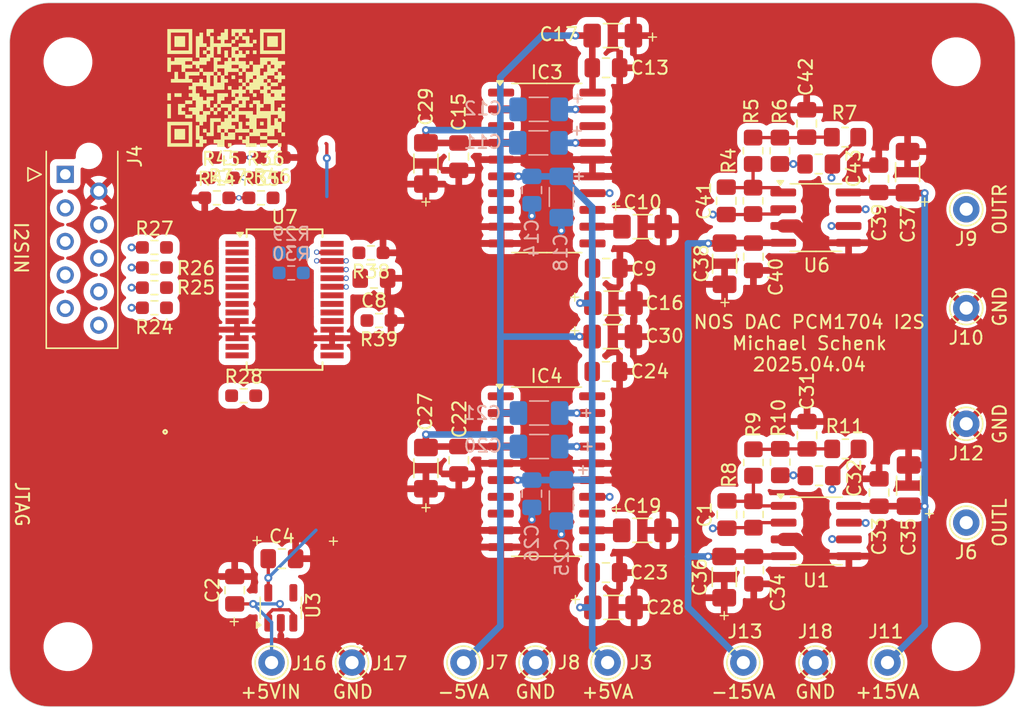
<source format=kicad_pcb>
(kicad_pcb (version 20241229) (generator "pcbnew") (generator_version "9.0")
  (layers (0 "F.Cu" mixed) (4 "In1.Cu" signal) (6 "In2.Cu" signal) (2 "B.Cu" mixed) (13 "F.Paste" user) (15 "B.Paste" user) (5 "F.SilkS" user "F.Silkscreen") (7 "B.SilkS" user "B.Silkscreen") (1 "F.Mask" user) (3 "B.Mask" user) (25 "Edge.Cuts" user))
  (net 0 "")
  (net 1 "GND")
  (net 2 "+3V3")
  (net 3 "Net-(IC4-IOUT)")
  (net 4 "Net-(J4-Pin_1)")
  (net 5 "RESET")
  (net 6 "BCLK")
  (net 7 "WCLK")
  (net 8 "MCLK")
  (net 9 "BCK")
  (net 10 "LRCK")
  (net 11 "DATAIN")
  (net 12 "DATAOUTR")
  (net 13 "DATAOUTL")
  (net 14 "+5VA")
  (net 15 "Net-(J16-Pin_1)")
  (net 16 "-5VA")
  (net 17 "-15V")
  (net 18 "+15V")
  (net 19 "Net-(IC4-BPO_DC)")
  (net 20 "Net-(IC4-SERV_DC)")
  (net 21 "Net-(U7-SRO)")
  (net 22 "Net-(U7-x4)")
  (net 23 "Net-(C1-Pad2)")
  (net 24 "Net-(IC4-REF_DC)")
  (net 25 "Net-(C31-Pad1)")
  (net 26 "Net-(U1B--)")
  (net 27 "Net-(J6-Pin_1)")
  (net 28 "Net-(C41-Pad2)")
  (net 29 "Net-(C42-Pad1)")
  (net 30 "Net-(J9-Pin_1)")
  (net 31 "Net-(U6B--)")
  (net 33 "Net-(J4-Pin_6)")
  (net 37 "Net-(IC3-BPO_DC)")
  (net 38 "Net-(IC3-SERV_DC)")
  (net 39 "Net-(J4-Pin_4)")
  (net 40 "Net-(J4-Pin_8)")
  (net 43 "Net-(J4-Pin_10)")
  (net 45 "Net-(IC3-REF_DC)")
  (net 46 "Net-(IC3-IOUT)")
  (net 51 "Net-(U7-I2S)")
  (net 54 "Net-(U7-IW0)")
  (net 55 "Net-(U7-IW1)")
  (footprint "MountingHole:MountingHole_3.2mm_M3" (layer "F.Cu") (at 113.03 66.04)
    (property "Reference" "H1" (hide yes))
    (property "Value" "MountingHole")
  )
  (footprint "MountingHole:MountingHole_3.2mm_M3" (layer "F.Cu") (at 113.03 110.363)
    (property "Reference" "H4" (hide yes))
    (property "Value" "MountingHole")
  )
  (footprint "Resistor_SMD:R_0603_1608Metric_Pad0.98x0.95mm_HandSolder" (layer "F.Cu") (at 119.5851 84.6836)
    (property "Reference" "R24")
    (property "Value" "33R")
  )
  (footprint "Resistor_SMD:R_0603_1608Metric_Pad0.98x0.95mm_HandSolder" (layer "F.Cu") (at 119.5851 83.1596)
    (property "Reference" "R25")
    (property "Value" "33R")
  )
  (footprint "Resistor_SMD:R_0603_1608Metric_Pad0.98x0.95mm_HandSolder" (layer "F.Cu") (at 119.5851 81.6356)
    (property "Reference" "R26")
    (property "Value" "33R")
  )
  (footprint "Resistor_SMD:R_0603_1608Metric_Pad0.98x0.95mm_HandSolder" (layer "F.Cu") (at 119.5851 80.1116)
    (property "Reference" "R27")
    (property "Value" "33R")
  )
  (footprint "MountingHole:MountingHole_3.2mm_M3" (layer "F.Cu") (at 180.34 110.363)
    (property "Reference" "H3" (hide yes))
    (property "Value" "MountingHole")
  )
  (footprint "MountingHole:MountingHole_3.2mm_M3" (layer "F.Cu") (at 180.34 66.04)
    (property "Reference" "H2" (hide yes))
    (property "Value" "MountingHole")
  )
  (footprint "Capacitor_SMD:C_0805_2012Metric_Pad1.18x1.45mm_HandSolder" (layer "F.Cu") (at 136.2163 82.4484 180)
    (property "Reference" "C8")
    (property "Value" "100nF")
  )
  (footprint "Connector_Pin:Pin_D1.0mm_L10.0mm" (layer "F.Cu") (at 181.102 84.709)
    (property "Reference" "J10")
    (property "Value" "GND")
  )
  (footprint "Connector_Pin:Pin_D1.0mm_L10.0mm" (layer "F.Cu") (at 175.133 111.5695)
    (property "Reference" "J11")
    (property "Value" "+15VAIN")
  )
  (footprint "Connector_Pin:Pin_D1.0mm_L10.0mm" (layer "F.Cu") (at 164.211 111.5695)
    (property "Reference" "J13")
    (property "Value" "-15VAIN")
  )
  (footprint "Connector_Pin:Pin_D1.0mm_L10.0mm" (layer "F.Cu") (at 169.672 111.5695)
    (property "Reference" "J18")
    (property "Value" "GND")
  )
  (footprint "Capacitor_SMD:C_1206_3216Metric_Pad1.33x1.80mm_HandSolder" (layer "F.Cu") (at 156.5533 101.5492)
    (property "Reference" "C19")
    (property "Value" "100uF")
  )
  (footprint "Connector_Pin:Pin_D1.0mm_L10.0mm" (layer "F.Cu") (at 181.102 100.965)
    (property "Reference" "J6")
    (property "Value" "OUT")
  )
  (footprint "Connector_Pin:Pin_D1.0mm_L10.0mm" (layer "F.Cu") (at 181.102 93.472)
    (property "Reference" "J12")
    (property "Value" "GND")
  )
  (footprint "Capacitor_SMD:C_0805_2012Metric_Pad1.18x1.45mm_HandSolder" (layer "F.Cu") (at 162.9664 100.3515 90)
    (property "Reference" "C1")
    (property "Value" "47pF")
  )
  (footprint "Capacitor_SMD:C_0805_2012Metric_Pad1.18x1.45mm_HandSolder" (layer "F.Cu") (at 169.037 94.3395 90)
    (property "Reference" "C31")
    (property "Value" "2n2")
  )
  (footprint "Capacitor_SMD:C_0805_2012Metric_Pad1.18x1.45mm_HandSolder" (layer "F.Cu") (at 169.9475 97.409)
    (property "Reference" "C32")
    (property "Value" "560p")
  )
  (footprint "Capacitor_SMD:C_1206_3216Metric_Pad1.33x1.80mm_HandSolder" (layer "F.Cu") (at 176.7332 98.1579 90)
    (property "Reference" "C35")
    (property "Value" "10uF/25V")
  )
  (footprint "Capacitor_SMD:C_1206_3216Metric_Pad1.33x1.80mm_HandSolder" (layer "F.Cu") (at 162.7632 105.0929 90)
    (property "Reference" "C36")
    (property "Value" "10uF/25V")
  )
  (footprint "Resistor_SMD:R_0805_2012Metric_Pad1.20x1.40mm_HandSolder" (layer "F.Cu") (at 164.973 100.346 -90)
    (property "Reference" "R8")
    (property "Value" "2.5k")
  )
  (footprint "Resistor_SMD:R_0805_2012Metric_Pad1.20x1.40mm_HandSolder" (layer "F.Cu") (at 164.973 96.409 -90)
    (property "Reference" "R9")
    (property "Value" "4.7k")
  )
  (footprint "Resistor_SMD:R_0805_2012Metric_Pad1.20x1.40mm_HandSolder" (layer "F.Cu") (at 167.005 96.377 -90)
    (property "Reference" "R10")
    (property "Value" "4.7k")
  )
  (footprint "Resistor_SMD:R_0805_2012Metric_Pad1.20x1.40mm_HandSolder" (layer "F.Cu") (at 171.942 95.377 180)
    (property "Reference" "R11")
    (property "Value" "2k")
  )
  (footprint "Capacitor_SMD:C_0805_2012Metric_Pad1.18x1.45mm_HandSolder" (layer "F.Cu") (at 174.498 98.6829 90)
    (property "Reference" "C33")
    (property "Value" "100nF")
  )
  (footprint "Capacitor_SMD:C_0805_2012Metric_Pad1.18x1.45mm_HandSolder" (layer "F.Cu") (at 164.9984 104.5679 90)
    (property "Reference" "C34")
    (property "Value" "100nF")
  )
  (footprint "Package_SO:SOIC-8_3.9x4.9mm_P1.27mm" (layer "F.Cu") (at 169.737 101.6)
    (property "Reference" "U1")
    (property "Value" "OPA1612")
  )
  (footprint "Capacitor_SMD:C_1206_3216Metric_Pad1.33x1.80mm_HandSolder" (layer "F.Cu") (at 140.1572 96.8371 90)
    (property "Reference" "C27")
    (property "Value" "10uF/10V")
  )
  (footprint "Capacitor_SMD:C_1206_3216Metric_Pad1.33x1.80mm_HandSolder" (layer "F.Cu") (at 154.3689 107.3912)
    (property "Reference" "C28")
    (property "Value" "10uF/10V")
  )
  (footprint "Capacitor_SMD:C_1206_3216Metric_Pad1.33x1.80mm_HandSolder" (layer "F.Cu") (at 154.3181 86.868 180)
    (property "Reference" "C30")
    (property "Value" "10uF/10V")
  )
  (footprint "Capacitor_SMD:C_1206_3216Metric_Pad1.33x1.80mm_HandSolder" (layer "F.Cu") (at 154.3689 84.328)
    (property "Reference" "C16")
    (property "Value" "10uF/10V")
  )
  (footprint "Capacitor_SMD:C_1206_3216Metric_Pad1.33x1.80mm_HandSolder" (layer "F.Cu") (at 154.3181 64.0588 180)
    (property "Reference" "C17")
    (property "Value" "10uF/10V")
  )
  (footprint "Capacitor_SMD:C_1206_3216Metric_Pad1.33x1.80mm_HandSolder" (layer "F.Cu") (at 140.1572 73.7493 90)
    (property "Reference" "C29")
    (property "Value" "10uF/10V")
  )
  (footprint "Capacitor_SMD:C_1206_3216Metric_Pad1.33x1.80mm_HandSolder" (layer "F.Cu") (at 176.657 74.4081 90)
    (property "Reference" "C37")
    (property "Value" "10uF/25V")
  )
  (footprint "Resistor_SMD:R_0805_2012Metric_Pad1.20x1.40mm_HandSolder" (layer "F.Cu") (at 171.9166 71.755 180)
    (property "Reference" "R7")
    (property "Value" "2k")
  )
  (footprint "Resistor_SMD:R_0805_2012Metric_Pad1.20x1.40mm_HandSolder" (layer "F.Cu") (at 164.9476 76.581 -90)
    (property "Reference" "R4")
    (property "Value" "2.5k")
  )
  (footprint "Capacitor_SMD:C_0805_2012Metric_Pad1.18x1.45mm_HandSolder" (layer "F.Cu") (at 153.8177 81.6864)
    (property "Reference" "C9")
    (property "Value" "100nF")
  )
  (footprint "Capacitor_SMD:C_0805_2012Metric_Pad1.18x1.45mm_HandSolder" (layer "F.Cu") (at 153.7931 89.5096)
    (property "Reference" "C24")
    (property "Value" "100nF")
  )
  (footprint "Package_SO:SOIC-8_3.9x4.9mm_P1.27mm" (layer "F.Cu") (at 169.7101 77.851)
    (property "Reference" "U6")
    (property "Value" "OPA1612")
  )
  (footprint "Capacitor_SMD:C_0805_2012Metric_Pad1.18x1.45mm_HandSolder" (layer "F.Cu") (at 153.7931 104.7496)
    (property "Reference" "C23")
    (property "Value" "100nF")
  )
  (footprint "Capacitor_SMD:C_0805_2012Metric_Pad1.18x1.45mm_HandSolder" (layer "F.Cu") (at 142.6464 96.2367 -90)
    (property "Reference" "C22")
    (property "Value" "100nF")
  )
  (footprint "Capacitor_SMD:C_0805_2012Metric_Pad1.18x1.45mm_HandSolder" (layer "F.Cu") (at 142.6464 73.2321 -90)
    (property "Reference" "C15")
    (property "Value" "100nF")
  )
  (footprint "Capacitor_SMD:C_0805_2012Metric_Pad1.18x1.45mm_HandSolder" (layer "F.Cu") (at 169.9221 73.787)
    (property "Reference" "C43")
    (property "Value" "560p")
  )
  (footprint "Resistor_SMD:R_0805_2012Metric_Pad1.20x1.40mm_HandSolder" (layer "F.Cu") (at 164.9476 72.787 -90)
    (property "Reference" "R5")
    (property "Value" "4.7k")
  )
  (footprint "Capacitor_SMD:C_0805_2012Metric_Pad1.18x1.45mm_HandSolder" (layer "F.Cu") (at 169.0116 70.7175 90)
    (property "Reference" "C42")
    (property "Value" "2n2")
  )
  (footprint "Resistor_SMD:R_0805_2012Metric_Pad1.20x1.40mm_HandSolder" (layer "F.Cu") (at 166.9796 72.787 -90)
    (property "Reference" "R6")
    (property "Value" "4.7k")
  )
  (footprint "Capacitor_SMD:C_0805_2012Metric_Pad1.18x1.45mm_HandSolder" (layer "F.Cu") (at 162.9156 76.581 90)
    (property "Reference" "C41")
    (property "Value" "47pF")
  )
  (footprint "Capacitor_SMD:C_0805_2012Metric_Pad1.18x1.45mm_HandSolder" (layer "F.Cu") (at 164.973 80.8181 90)
    (property "Reference" "C40")
    (property "Value" "100nF")
  )
  (footprint "Capacitor_SMD:C_0805_2012Metric_Pad1.18x1.45mm_HandSolder" (layer "F.Cu") (at 153.8009 66.4972)
    (property "Reference" "C13")
    (property "Value" "100nF")
  )
  (footprint "Capacitor_SMD:C_0805_2012Metric_Pad1.18x1.45mm_HandSolder" (layer "F.Cu") (at 174.4726 74.9085 90)
    (property "Reference" "C39")
    (property "Value" "100nF")
  )
  (footprint "Capacitor_SMD:C_1206_3216Metric_Pad1.33x1.80mm_HandSolder" (layer "F.Cu") (at 162.7886 81.3431 90)
    (property "Reference" "C38")
    (property "Value" "10uF/25V")
  )
  (footprint "Capacitor_SMD:C_1206_3216Metric_Pad1.33x1.80mm_HandSolder" (layer "F.Cu") (at 156.5779 78.5368)
    (property "Reference" "C10")
    (property "Value" "100uF")
  )
  (footprint "Connector_Pin:Pin_D1.0mm_L10.0mm" (layer "F.Cu") (at 153.924 111.5695)
    (property "Reference" "J3")
    (property "Value" "+5VAIN")
  )
  (footprint "Connector_Pin:Pin_D1.0mm_L10.0mm" (layer "F.Cu") (at 143.002 111.5695)
    (property "Reference" "J7")
    (property "Value" "-5VAIN")
  )
  (footprint "Connector_Pin:Pin_D1.0mm_L10.0mm" (layer "F.Cu") (at 148.463 111.5695)
    (property "Reference" "J8")
    (property "Value" "GND")
  )
  (footprint "Connector_Pin:Pin_D1.0mm_L10.0mm" (layer "F.Cu") (at 181.102 77.216)
    (property "Reference" "J9")
    (property "Value" "OUT")
  )
  (footprint "Connector_Pin:Pin_D1.0mm_L10.0mm" (layer "F.Cu") (at 128.4605 111.5695)
    (property "Reference" "J16")
    (property "Value" "+5VIN")
  )
  (footprint "Connector_Pin:Pin_D1.0mm_L10.0mm" (layer "F.Cu") (at 134.5565 111.5695)
    (property "Reference" "J17")
    (property "Value" "GND")
  )
  (footprint "Package_TO_SOT_SMD:SOT-23-5" (layer "F.Cu") (at 129.1615 107.4215 90)
    (property "Reference" "U3")
    (property "Value" "TC1185-3.3VCT713")
  )
  (footprint "Capacitor_SMD:C_0805_2012Metric_Pad1.18x1.45mm_HandSolder" (layer "F.Cu") (at 125.6665 106.087 90)
    (property "Reference" "C2")
    (property "Value" "10uF/6.3V")
  )
  (footprint "Capacitor_SMD:C_0805_2012Metric_Pad1.18x1.45mm_HandSolder" (layer "F.Cu") (at 129.244 103.6955)
    (property "Reference" "C4")
    (property "Value" "10uF/6.3V")
  )
  (footprint "Connector_TE-Connectivity:TE_Micro-MaTch_1-215079-0_2x05_P1.27mm_Vertical" (layer "F.Cu") (at 112.8268 74.5744)
    (property "Reference" "J4")
    (property "Value" "TE MicroMatch")
  )
  (footprint "Resistor_SMD:R_0603_1608Metric_Pad0.98x0.95mm_HandSolder" (layer "F.Cu") (at 126.3452 91.3454)
    (property "Reference" "R28")
    (property "Value" "33R")
  )
  (footprint "Package_SO:SO-20_5.3x12.6mm_P1.27mm" (layer "F.Cu") (at 149.2931 97.1042)
    (property "Reference" "IC4")
    (property "Value" "PCM1704U")
  )
  (footprint "Resistor_SMD:R_0603_1608Metric_Pad0.98x0.95mm_HandSolder" (layer "F.Cu") (at 128.5033 73.2952 180)
    (property "Reference" "R46")
    (property "Value" "4.7k")
  )
  (footprint "Resistor_SMD:R_0603_1608Metric_Pad0.98x0.95mm_HandSolder" (layer "F.Cu") (at 136.6031 85.6488 180)
    (property "Reference" "R39")
    (property "Value" "4.7k")
  )
  (footprint "Resistor_SMD:R_0603_1608Metric_Pad0.98x0.95mm_HandSolder" (layer "F.Cu") (at 135.9935 80.518 180)
    (property "Reference" "R38")
    (property "Value" "4.7k")
  )
  (footprint "Resistor_SMD:R_0603_1608Metric_Pad0.98x0.95mm_HandSolder" (layer "F.Cu") (at 128.0141 74.8284)
    (property "Reference" "R36")
    (property "Value" "4.7k")
  )
  (footprint "LOGO" (layer "F.Cu") (at 125.0188 68.0212)
    (property "Reference" "G***" (hide yes))
    (property "Value" "LOGO" (hide yes))
  )
  (footprint "Resistor_SMD:R_0603_1608Metric_Pad0.98x0.95mm_HandSolder" (layer "F.Cu") (at 125.1223 73.3044 180)
    (property "Reference" "R37")
    (property "Value" "4.7k")
  )
  (footprint "Package_SO:SO-20_5.3x12.6mm_P1.27mm" (layer "F.Cu") (at 149.3177 74.0918)
    (property "Reference" "IC3")
    (property "Value" "PCM1704U")
  )
  (footprint "Package_SO:SSOP-28_5.3x10.2mm_P0.65mm" (layer "F.Cu") (at 129.4452 84.0654)
    (property "Reference" "U7")
    (property "Value" "DF1706")
  )
  (footprint "Resistor_SMD:R_0603_1608Metric_Pad0.98x0.95mm_HandSolder" (layer "F.Cu") (at 124.3095 76.3524)
    (property "Reference" "R44")
    (property "Value" "4.7k")
  )
  (footprint "Resistor_SMD:R_0603_1608Metric_Pad0.98x0.95mm_HandSolder" (layer "F.Cu") (at 127.6585 76.3524)
    (property "Reference" "R35")
    (property "Value" "4.7k")
  )
  (footprint "Resistor_SMD:R_0603_1608Metric_Pad0.98x0.95mm_HandSolder" (layer "F.Cu") (at 124.6419 74.8376)
    (property "Reference" "R45")
    (property "Value" "4.7k")
  )
  (footprint "Capacitor_SMD:C_1206_3216Metric_Pad1.33x1.80mm_HandSolder" (layer "B.Cu") (at 148.7301 95.1992 180)
    (property "Reference" "C20")
    (property "Value" "47uF")
  )
  (footprint "Capacitor_SMD:C_1206_3216Metric_Pad1.33x1.80mm_HandSolder" (layer "B.Cu") (at 148.7301 92.6592 180)
    (property "Reference" "C21")
    (property "Value" "47uF")
  )
  (footprint "Capacitor_SMD:C_1206_3216Metric_Pad1.33x1.80mm_HandSolder" (layer "B.Cu") (at 150.4188 99.2755 -90)
    (property "Reference" "C25")
    (property "Value" "10uF/10V")
  )
  (footprint "Capacitor_SMD:C_1206_3216Metric_Pad1.33x1.80mm_HandSolder" (layer "B.Cu") (at 150.4188 76.2893 -90)
    (property "Reference" "C18")
    (property "Value" "10uF/10V")
  )
  (footprint "Capacitor_SMD:C_0805_2012Metric_Pad1.18x1.45mm_HandSolder" (layer "B.Cu") (at 148.1836 98.7767 -90)
    (property "Reference" "C26")
    (property "Value" "100nF")
  )
  (footprint "Capacitor_SMD:C_0805_2012Metric_Pad1.18x1.45mm_HandSolder" (layer "B.Cu") (at 148.1836 75.7643 -90)
    (property "Reference" "C14")
    (property "Value" "100nF")
  )
  (footprint "Capacitor_SMD:C_1206_3216Metric_Pad1.33x1.80mm_HandSolder" (layer "B.Cu") (at 148.6793 72.1868 180)
    (property "Reference" "C11")
    (property "Value" "47uF")
  )
  (footprint "Capacitor_SMD:C_1206_3216Metric_Pad1.33x1.80mm_HandSolder" (layer "B.Cu") (at 148.7039 69.6468 180)
    (property "Reference" "C12")
    (property "Value" "47uF")
  )
  (footprint "Resistor_SMD:R_0603_1608Metric_Pad0.98x0.95mm_HandSolder" (layer "B.Cu") (at 129.9483 82.042 180)
    (property "Reference" "R30")
    (property "Value" "4.7k")
  )
  (footprint "Resistor_SMD:R_0603_1608Metric_Pad0.98x0.95mm_HandSolder" (layer "B.Cu") (at 129.9445 80.518 180)
    (property "Reference" "R29")
    (property "Value" "4.7k")
  )
  (gr_line (start 111.6104 61.5696) (end 181.8104 61.5696) (stroke (width 0.05)) (layer "Edge.Cuts"))
  (gr_arc (start 181.8104 61.5696) (mid 183.93172 62.44828) (end 184.8104 64.5696) (stroke (width 0.05)) (layer "Edge.Cuts"))
  (gr_line (start 108.6104 111.9096) (end 108.6104 64.5696) (stroke (width 0.05)) (layer "Edge.Cuts"))
  (gr_arc (start 111.6104 114.9096) (mid 109.48908 114.03092) (end 108.6104 111.9096) (stroke (width 0.05)) (layer "Edge.Cuts"))
  (gr_line (start 181.8104 114.9096) (end 111.6104 114.9096) (stroke (width 0.05)) (layer "Edge.Cuts"))
  (gr_arc (start 184.8104 111.9096) (mid 183.93172 114.03092) (end 181.8104 114.9096) (stroke (width 0.05)) (layer "Edge.Cuts"))
  (gr_arc (start 108.6104 64.5696) (mid 109.48908 62.44828) (end 111.6104 61.5696) (stroke (width 0.05)) (layer "Edge.Cuts"))
  (gr_line (start 184.8104 64.5696) (end 184.8104 111.9096) (stroke (width 0.05)) (layer "Edge.Cuts"))
  (gr_text "I2SIN" (at 109.474 80.137 270) (layer "F.SilkS") (effects (font (size 1 1))))
  (gr_text "GND" (at 148.463 113.792 0) (layer "F.SilkS") (effects (font (size 1 1))))
  (gr_text "+5VA" (at 153.924 113.792 0) (layer "F.SilkS") (effects (font (size 1 1))))
  (gr_text "GND" (at 169.672 113.792 0) (layer "F.SilkS") (effects (font (size 1 1))))
  (gr_text "-15VA" (at 164.211 113.792 0) (layer "F.SilkS") (effects (font (size 1 1))))
  (gr_text "+15VA" (at 175.133 113.792 0) (layer "F.SilkS") (effects (font (size 1 1))))
  (gr_text "JTAG" (at 109.5375 99.568 270) (layer "F.SilkS") (effects (font (size 1 1))))
  (gr_text "-5VA" (at 143.002 113.792 0) (layer "F.SilkS") (effects (font (size 1 1))))
  (gr_text "NOS DAC PCM1704 I2S\nMichael Schenk\n2025.04.04" (at 169.2148 87.376 0) (layer "F.SilkS") (effects (font (size 1 1))))
  (gr_text "GND" (at 183.642 84.582 90) (layer "F.SilkS") (effects (font (size 1 1))))
  (gr_text "OUTR" (at 183.642 77.216 90) (layer "F.SilkS") (effects (font (size 1 1))))
  (gr_text "GND" (at 183.642 93.472 90) (layer "F.SilkS") (effects (font (size 1 1))))
  (gr_text "OUTL" (at 183.642 100.965 90) (layer "F.SilkS") (effects (font (size 1 1))))
  (gr_text "GND" (at 134.62 113.792 0) (layer "F.SilkS") (effects (font (size 1 1))))
  (gr_text "+" (at 157.3276 64.1096 0) (layer "F.SilkS") (effects (font (size 0.8 0.8) (thickness 0.1))))
  (gr_text "+" (at 125.6284 108.4072 0) (layer "F.SilkS") (effects (font (size 0.8 0.8) (thickness 0.1))))
  (gr_text "+" (at 154.5336 76.9112 0) (layer "F.SilkS") (effects (font (size 0.8 0.8) (thickness 0.1))))
  (gr_text "+" (at 140.1572 76.6064 0) (layer "F.SilkS") (effects (font (size 0.8 0.8) (thickness 0.1))))
  (gr_text "°" (at 120.396 94.488 0) (layer "F.SilkS") (effects (font (size 1 1))))
  (gr_text "+" (at 151.4856 106.7308 0) (layer "F.SilkS") (effects (font (size 0.8 0.8) (thickness 0.1))))
  (gr_text "+" (at 133.1468 102.3112 0) (layer "F.SilkS") (effects (font (size 0.8 0.8) (thickness 0.1))))
  (gr_text "+" (at 127.3556 102.2604 0) (layer "F.SilkS") (effects (font (size 0.8 0.8) (thickness 0.1))))
  (gr_text "+5VIN" (at 128.397 113.792 0) (layer "F.SilkS") (effects (font (size 1 1))))
  (gr_text "+" (at 140.1572 99.7712 0) (layer "F.SilkS") (effects (font (size 0.8 0.8) (thickness 0.1))))
  (gr_text "+" (at 162.814 84.2264 0) (layer "F.SilkS") (effects (font (size 0.8 0.8) (thickness 0.1))))
  (gr_text "+" (at 151.4348 86.36 0) (layer "F.SilkS") (effects (font (size 0.8 0.8) (thickness 0.1))))
  (gr_text "+" (at 177.9524 76.6064 0) (layer "F.SilkS") (effects (font (size 0.8 0.8) (thickness 0.1))))
  (gr_text "+" (at 154.5844 99.8728 0) (layer "F.SilkS") (effects (font (size 0.8 0.8) (thickness 0.1))))
  (gr_text "+" (at 151.4348 83.82 0) (layer "F.SilkS") (effects (font (size 0.8 0.8) (thickness 0.1))))
  (gr_text "+" (at 178.308 100.2284 0) (layer "F.SilkS") (effects (font (size 0.8 0.8) (thickness 0.1))))
  (gr_text "+" (at 162.7632 107.95 0) (layer "F.SilkS") (effects (font (size 0.8 0.8) (thickness 0.1))))
  (gr_text "+" (at 152.654 97.3836 0) (layer "B.SilkS") (effects (font (size 0.8 0.8)) (justify left bottom mirror)))
  (gr_text "+" (at 152.3492 75.1332 0) (layer "B.SilkS") (effects (font (size 0.8 0.8)) (justify left bottom mirror)))
  (gr_text "+" (at 153.0096 95.6056 0) (layer "B.SilkS") (effects (font (size 0.8 0.8)) (justify left bottom mirror)))
  (gr_text "+" (at 152.2476 69.2404 0) (layer "B.SilkS") (effects (font (size 0.8 0.8)) (justify left bottom mirror)))
  (gr_text "+" (at 152.1968 71.6788 0) (layer "B.SilkS") (effects (font (size 0.8 0.8)) (justify left bottom mirror)))
  (gr_text "+" (at 152.908 93.0656 0) (layer "B.SilkS") (effects (font (size 0.8 0.8)) (justify left bottom mirror)))
  (segment (start 134.9985 108.5215) (end 134.9985 110.1065) (width 0.25) (layer "F.Cu") (net 1))
  (segment (start 129.1615 108.5215) (end 129.1615 109.7255) (width 0.25) (layer "F.Cu") (net 1))
  (segment (start 145.8552 78.5368) (end 148.1328 78.5368) (width 0.5) (layer "F.Cu") (net 1))
  (segment (start 122.4788 96.806978) (end 122.4788 98.9584) (width 0.25) (layer "F.Cu") (net 1))
  (segment (start 152.7556 97.7392) (end 150.5204 97.7392) (width 0.5) (layer "F.Cu") (net 1))
  (segment (start 121.874322 96.2025) (end 122.4788 96.806978) (width 0.25) (layer "F.Cu") (net 1))
  (segment (start 145.8306 101.5492) (end 147.9804 101.5492) (width 0.5) (layer "F.Cu") (net 1))
  (segment (start 167.2351 78.486) (end 168.210099 78.486) (width 1) (layer "F.Cu") (net 1))
  (segment (start 145.8552 78.5368) (end 143.3068 78.5368) (width 0.5) (layer "F.Cu") (net 1))
  (segment (start 154.8892 73.4568) (end 154.94 73.406) (width 0.5) (layer "F.Cu") (net 1))
  (segment (start 133.449 74.615) (end 133.449 71.76449) (width 0.25) (layer "F.Cu") (net 1))
  (segment (start 167.262 102.235) (end 168.236999 102.235) (width 1) (layer "F.Cu") (net 1))
  (segment (start 145.8552 79.8068) (end 148.082 79.8068) (width 0.5) (layer "F.Cu") (net 1))
  (segment (start 154.7368 97.7392) (end 154.7876 97.79) (width 0.5) (layer "F.Cu") (net 1))
  (segment (start 132.588 70.90349) (end 132.588 70.5115) (width 0.25) (layer "F.Cu") (net 1))
  (segment (start 150.5204 97.7392) (end 150.4696 97.6884) (width 0.5) (layer "F.Cu") (net 1))
  (segment (start 168.210099 78.486) (end 169.7736 80.049501) (width 1) (layer "F.Cu") (net 1))
  (segment (start 168.236999 102.235) (end 169.7228 103.720801) (width 1) (layer "F.Cu") (net 1))
  (segment (start 121.347 96.2025) (end 121.874322 96.2025) (width 0.25) (layer "F.Cu") (net 1))
  (segment (start 145.8306 101.5492) (end 143.4592 101.5492) (width 0.5) (layer "F.Cu") (net 1))
  (segment (start 152.7556 96.4692) (end 150.6728 96.4692) (width 0.5) (layer "F.Cu") (net 1))
  (segment (start 169.7736 80.049501) (end 169.7736 81.1784) (width 1) (layer "F.Cu") (net 1))
  (segment (start 152.7802 74.7268) (end 150.7236 74.7268) (width 0.5) (layer "F.Cu") (net 1))
  (segment (start 152.7556 97.7392) (end 154.7368 97.7392) (width 0.5) (layer "F.Cu") (net 1))
  (segment (start 147.6756 102.8192) (end 147.7264 102.87) (width 0.5) (layer "F.Cu") (net 1))
  (segment (start 152.7802 73.4568) (end 154.8892 73.4568) (width 0.5) (layer "F.Cu") (net 1))
  (segment (start 152.7802 73.4568) (end 150.7236 73.4568) (width 0.5) (layer "F.Cu") (net 1))
  (segment (start 145.8306 102.8192) (end 147.6756 102.8192) (width 0.5) (layer "F.Cu") (net 1))
  (segment (start 145.8552 79.8068) (end 143.3068 79.8068) (width 0.5) (layer "F.Cu") (net 1))
  (segment (start 152.7802 74.7268) (end 154.686 74.7268) (width 0.5) (layer "F.Cu") (net 1))
  (segment (start 152.7556 96.4692) (end 154.8892 96.4692) (width 0.5) (layer "F.Cu") (net 1))
  (segment (start 169.7228 103.720801) (end 169.7228 105.918) (width 1) (layer "F.Cu") (net 1))
  (segment (start 133.449 71.76449) (end 132.588 70.90349) (width 0.25) (layer "F.Cu") (net 1))
  (segment (start 154.686 74.7268) (end 154.7368 74.7776) (width 0.5) (layer "F.Cu") (net 1))
  (segment (start 145.8306 102.8192) (end 143.6116 102.8192) (width 0.5) (layer "F.Cu") (net 1))
  (via (at 148.1836 100.7364) (size 0.6) (drill 0.3) (layers "F.Cu" "B.Cu") (net 1))
  (via (at 148.1836 77.724) (size 0.6) (drill 0.3) (layers "F.Cu" "B.Cu") (net 1))
  (via (at 150.4188 101.854) (size 0.6) (drill 0.3) (layers "F.Cu" "B.Cu") (net 1))
  (via (at 150.4188 78.8416) (size 0.6) (drill 0.3) (layers "F.Cu" "B.Cu") (net 1))
  (segment (start 148.1836 99.8142) (end 148.1836 100.7364) (width 0.5) (layer "B.Cu") (net 1))
  (segment (start 150.4188 100.838) (end 150.4188 101.854) (width 0.5) (layer "B.Cu") (net 1))
  (segment (start 150.4188 77.8518) (end 150.4188 78.8416) (width 0.5) (layer "B.Cu") (net 1))
  (segment (start 148.1836 76.8018) (end 148.1836 77.724) (width 0.5) (layer "B.Cu") (net 1))
  (segment (start 132.649 73.345) (end 132.649 72.2975) (width 0.25) (layer "F.Cu") (net 2))
  (segment (start 128.2115 105.151) (end 128.2115 103.7005) (width 0.25) (layer "F.Cu") (net 2))
  (segment (start 128.2115 103.7005) (end 128.2065 103.6955) (width 0.25) (layer "F.Cu") (net 2))
  (segment (start 128.2115 106.3215) (end 128.2115 105.151) (width 0.25) (layer "F.Cu") (net 2))
  (segment (start 132.649 72.2975) (end 132.588 72.2365) (width 0.25) (layer "F.Cu") (net 2))
  (via (at 128.2115 105.151) (size 0.6) (drill 0.3) (layers "F.Cu" "B.Cu") (net 2))
  (via (at 132.649 73.345) (size 0.6) (drill 0.3) (layers "F.Cu" "B.Cu") (net 2))
  (segment (start 132.649 76.2545) (end 132.649 73.345) (width 0.25) (layer "B.Cu") (net 2))
  (segment (start 131.826 101.5365) (end 128.2115 105.151) (width 0.25) (layer "B.Cu") (net 2))
  (segment (start 167.262 100.965) (end 165.354 100.965) (width 0.25) (layer "F.Cu") (net 3))
  (segment (start 165.354 100.965) (end 164.973 101.346) (width 0.25) (layer "F.Cu") (net 3))
  (segment (start 164.973 101.346) (end 163.0094 101.346) (width 0.25) (layer "F.Cu") (net 3))
  (segment (start 162.9664 101.389) (end 161.9074 101.389) (width 0.25) (layer "F.Cu") (net 3))
  (segment (start 152.7556 99.0092) (end 154.0764 99.0092) (width 0.25) (layer "F.Cu") (net 3))
  (segment (start 163.0094 101.346) (end 162.9664 101.389) (width 0.25) (layer "F.Cu") (net 3))
  (segment (start 161.9074 101.389) (end 161.8996 101.3968) (width 0.25) (layer "F.Cu") (net 3))
  (via (at 161.8996 101.3968) (size 0.6) (drill 0.3) (layers "F.Cu" "B.Cu") (net 3))
  (via (at 154.0764 99.0092) (size 0.6) (drill 0.3) (layers "F.Cu" "B.Cu") (net 3))
  (segment (start 133.0452 81.1404) (end 131.8896 81.1404) (width 0.25) (layer "F.Cu") (net 6))
  (segment (start 134.0992 81.1404) (end 134.112 81.1276) (width 0.25) (layer "F.Cu") (net 6))
  (segment (start 133.0452 81.1404) (end 134.0992 81.1404) (width 0.25) (layer "F.Cu") (net 6))
  (segment (start 131.8896 81.1404) (end 131.8768 81.1276) (width 0.25) (layer "F.Cu") (net 6))
  (via (at 134.112 81.1276) (size 0.4) (drill 0.25) (layers "F.Cu" "B.Cu") (net 6))
  (via (at 131.8768 81.1276) (size 0.4) (drill 0.25) (layers "F.Cu" "B.Cu") (net 6))
  (segment (start 133.0452 81.7904) (end 134.1096 81.7904) (width 0.25) (layer "F.Cu") (net 7))
  (segment (start 134.1096 81.7904) (end 134.112 81.788) (width 0.25) (layer "F.Cu") (net 7))
  (via (at 134.112 81.788) (size 0.4) (drill 0.25) (layers "F.Cu" "B.Cu") (net 7))
  (segment (start 133.0452 83.0904) (end 134.0936 83.0904) (width 0.25) (layer "F.Cu") (net 12))
  (segment (start 134.0936 83.0904) (end 134.112 83.1088) (width 0.25) (layer "F.Cu") (net 12))
  (via (at 134.112 83.1088) (size 0.4) (drill 0.25) (layers "F.Cu" "B.Cu") (net 12))
  (segment (start 133.0452 82.4404) (end 134.104 82.4404) (width 0.25) (layer "F.Cu") (net 13))
  (segment (start 134.104 82.4404) (end 134.112 82.4484) (width 0.25) (layer "F.Cu") (net 13))
  (via (at 134.112 82.4484) (size 0.4) (drill 0.25) (layers "F.Cu" "B.Cu") (net 13))
  (segment (start 152.7802 79.8068) (end 152.7802 81.6864) (width 0.5) (layer "F.Cu") (net 14))
  (segment (start 145.8306 97.7392) (end 147.1168 97.7392) (width 0.5) (layer "F.Cu") (net 14))
  (segment (start 152.7802 81.6864) (end 152.7802 84.3018) (width 0.5) (layer "F.Cu") (net 14))
  (segment (start 152.8064 107.3912) (end 152.8064 104.8004) (width 0.5) (layer "F.Cu") (net 14))
  (segment (start 152.8064 107.3912) (end 151.8412 107.3912) (width 0.5) (layer "F.Cu") (net 14))
  (segment (start 152.7802 84.3018) (end 152.8064 84.328) (width 0.5) (layer "F.Cu") (net 14))
  (segment (start 152.8064 104.8004) (end 152.7556 104.7496) (width 0.5) (layer "F.Cu") (net 14))
  (segment (start 145.8552 74.7268) (end 147.1676 74.7268) (width 0.5) (layer "F.Cu") (net 14))
  (segment (start 152.7556 104.7496) (end 152.7556 102.8192) (width 0.5) (layer "F.Cu") (net 14))
  (segment (start 152.8064 84.328) (end 151.8412 84.328) (width 0.5) (layer "F.Cu") (net 14))
  (via (at 147.1676 74.7268) (size 0.6) (drill 0.3) (layers "F.Cu" "B.Cu") (net 14))
  (via (at 147.1168 97.7392) (size 0.6) (drill 0.3) (layers "F.Cu" "B.Cu") (net 14))
  (via (at 151.8412 107.3912) (size 0.6) (drill 0.3) (layers "F.Cu" "B.Cu") (net 14))
  (via (at 151.8412 84.328) (size 0.6) (drill 0.3) (layers "F.Cu" "B.Cu") (net 14))
  (segment (start 152.7556 107.3912) (end 152.7556 97.7392) (width 0.5) (layer "B.Cu") (net 14))
  (segment (start 151.8412 84.328) (end 152.7556 84.328) (width 0.5) (layer "B.Cu") (net 14))
  (segment (start 147.1676 74.7268) (end 148.1836 74.7268) (width 0.5) (layer "B.Cu") (net 14))
  (segment (start 151.8412 107.3912) (end 152.7556 107.3912) (width 0.5) (layer "B.Cu") (net 14))
  (segment (start 150.4188 74.7268) (end 148.1836 74.7268) (width 0.5) (layer "B.Cu") (net 14))
  (segment (start 153.924 111.5695) (end 152.7556 110.4011) (width 0.5) (layer "B.Cu") (net 14))
  (segment (start 152.7556 97.7392) (end 152.7556 84.328) (width 0.5) (layer "B.Cu") (net 14))
  (segment (start 152.7294 97.713) (end 152.7556 97.7392) (width 0.5) (layer "B.Cu") (net 14))
  (segment (start 152.7556 77.0636) (end 150.4188 74.7268) (width 0.5) (layer "B.Cu") (net 14))
  (segment (start 152.7556 110.4011) (end 152.7556 107.3912) (width 0.5) (layer "B.Cu") (net 14))
  (segment (start 150.4188 97.713) (end 152.7294 97.713) (width 0.5) (layer "B.Cu") (net 14))
  (segment (start 147.1168 97.7392) (end 148.1836 97.7392) (width 0.5) (layer "B.Cu") (net 14))
  (segment (start 150.3926 97.7392) (end 150.4188 97.713) (width 0.5) (layer "B.Cu") (net 14))
  (segment (start 152.7556 84.328) (end 152.7556 77.0636) (width 0.5) (layer "B.Cu") (net 14))
  (segment (start 148.1836 97.7392) (end 150.3926 97.7392) (width 0.5) (layer "B.Cu") (net 14))
  (segment (start 127.0635 107.1245) (end 125.6665 107.1245) (width 0.25) (layer "F.Cu") (net 15))
  (segment (start 129.0955 107.5578) (end 129.0828 107.5705) (width 0.25) (layer "F.Cu") (net 15))
  (segment (start 129.785499 107.5705) (end 130.1115 107.896501) (width 0.25) (layer "F.Cu") (net 15))
  (segment (start 128.2115 108.559) (end 128.2115 107.896501) (width 0.25) (layer "F.Cu") (net 15))
  (segment (start 130.1115 107.896501) (end 130.1115 108.559) (width 0.25) (layer "F.Cu") (net 15))
  (segment (start 128.2115 107.896501) (end 128.537501 107.5705) (width 0.25) (layer "F.Cu") (net 15))
  (segment (start 129.0955 107.1245) (end 129.0955 107.5578) (width 0.25) (layer "F.Cu") (net 15))
  (segment (start 128.537501 107.5705) (end 129.0828 107.5705) (width 0.25) (layer "F.Cu") (net 15))
  (segment (start 129.0828 107.5705) (end 129.785499 107.5705) (width 0.25) (layer "F.Cu") (net 15))
  (via (at 127.0635 107.1245) (size 0.6) (drill 0.3) (layers "F.Cu" "B.Cu") (net 15))
  (via (at 129.0955 107.1245) (size 0.6) (drill 0.3) (layers "F.Cu" "B.Cu") (net 15))
  (segment (start 128.4605 111.5695) (end 128.4605 108.5215) (width 0.25) (layer "B.Cu") (net 15))
  (segment (start 128.4605 108.5215) (end 127.0635 107.1245) (width 0.25) (layer "B.Cu") (net 15))
  (segment (start 129.0955 107.1245) (end 127.0635 107.1245) (width 0.25) (layer "B.Cu") (net 15))
  (segment (start 145.8306 95.1992) (end 142.6464 95.1992) (width 0.5) (layer "F.Cu") (net 16))
  (segment (start 142.6464 95.1992) (end 140.2326 95.1992) (width 0.5) (layer "F.Cu") (net 16))
  (segment (start 152.7556 89.5096) (end 152.7556 86.868) (width 0.5) (layer "F.Cu") (net 16))
  (segment (start 152.7634 66.4972) (end 152.7634 64.0666) (width 0.5) (layer "F.Cu") (net 16))
  (segment (start 152.7556 91.3892) (end 152.7556 89.5096) (width 0.5) (layer "F.Cu") (net 16))
  (segment (start 142.6542 72.1868) (end 142.6464 72.1946) (width 0.5) (layer "F.Cu") (net 16))
  (segment (start 142.6464 72.1946) (end 140.165 72.1946) (width 0.5) (layer "F.Cu") (net 16))
  (segment (start 140.1572 72.1868) (end 140.1572 71.2216) (width 0.5) (layer "F.Cu") (net 16))
  (segment (start 152.7556 86.868) (end 151.7904 86.868) (width 0.5) (layer "F.Cu") (net 16))
  (segment (start 140.1572 95.2746) (end 140.1572 94.2848) (width 0.5) (layer "F.Cu") (net 16))
  (segment (start 140.165 72.1946) (end 140.1572 72.1868) (width 0.5) (layer "F.Cu") (net 16))
  (segment (start 152.7556 64.0588) (end 151.4856 64.0588) (width 0.5) (layer "F.Cu") (net 16))
  (segment (start 152.7802 66.514) (end 152.7634 66.4972) (width 0.5) (layer "F.Cu") (net 16))
  (segment (start 152.7802 68.3768) (end 152.7802 66.514) (width 0.5) (layer "F.Cu") (net 16))
  (segment (start 140.2326 95.1992) (end 140.1572 95.2746) (width 0.5) (layer "F.Cu") (net 16))
  (segment (start 145.8552 72.1868) (end 142.6542 72.1868) (width 0.5) (layer "F.Cu") (net 16))
  (segment (start 152.7634 64.0666) (end 152.7556 64.0588) (width 0.5) (layer "F.Cu") (net 16))
  (via (at 140.1572 71.2216) (size 0.6) (drill 0.3) (layers "F.Cu" "B.Cu") (net 16))
  (via (at 151.7904 86.868) (size 0.6) (drill 0.3) (layers "F.Cu" "B.Cu") (net 16))
  (via (at 151.4856 64.0588) (size 0.6) (drill 0.3) (layers "F.Cu" "B.Cu") (net 16))
  (via (at 140.1572 94.2848) (size 0.6) (drill 0.3) (layers "F.Cu" "B.Cu") (net 16))
  (segment (start 145.8468 92.6592) (end 145.796 92.6084) (width 0.5) (layer "B.Cu") (net 16))
  (segment (start 147.1676 92.6592) (end 145.8468 92.6592) (width 0.5) (layer "B.Cu") (net 16))
  (segment (start 145.796 86.868) (end 145.796 92.6084) (width 0.5) (layer "B.Cu") (net 16))
  (segment (start 147.1414 69.6468) (end 145.8468 69.6468) (width 0.5) (layer "B.Cu") (net 16))
  (segment (start 145.796 67.2084) (end 145.796 69.596) (width 0.5) (layer "B.Cu") (net 16))
  (segment (start 145.8468 95.1992) (end 145.796 95.1484) (width 0.5) (layer "B.Cu") (net 16))
  (segment (start 145.796 94.2848) (end 145.796 95.1484) (width 0.5) (layer "B.Cu") (net 16))
  (segment (start 145.796 108.7755) (end 143.002 111.5695) (width 0.5) (layer "B.Cu") (net 16))
  (segment (start 147.1676 95.1992) (end 145.8468 95.1992) (width 0.5) (layer "B.Cu") (net 16))
  (segment (start 145.8468 69.6468) (end 145.796 69.596) (width 0.5) (layer "B.Cu") (net 16))
  (segment (start 145.796 69.596) (end 145.796 71.3232) (width 0.5) (layer "B.Cu") (net 16))
  (segment (start 145.796 95.1484) (end 145.796 108.7755) (width 0.5) (layer "B.Cu") (net 16))
  (segment (start 151.4856 64.0588) (end 148.9456 64.0588) (width 0.5) (layer "B.Cu") (net 16))
  (segment (start 140.1572 94.2848) (end 145.796 94.2848) (width 0.5) (layer "B.Cu") (net 16))
  (segment (start 145.6944 71.2216) (end 145.796 71.3232) (width 0.5) (layer "B.Cu") (net 16))
  (segment (start 147.1168 72.1868) (end 145.796 72.1868) (width 0.5) (layer "B.Cu") (net 16))
  (segment (start 148.9456 64.0588) (end 145.796 67.2084) (width 0.5) (layer "B.Cu") (net 16))
  (segment (start 145.796 92.6084) (end 145.796 94.2848) (width 0.5) (layer "B.Cu") (net 16))
  (segment (start 140.1572 71.2216) (end 145.6944 71.2216) (width 0.5) (layer "B.Cu") (net 16))
  (segment (start 145.796 71.3232) (end 145.796 72.1868) (width 0.5) (layer "B.Cu") (net 16))
  (segment (start 151.7904 86.868) (end 145.796 86.868) (width 0.5) (layer "B.Cu") (net 16))
  (segment (start 145.796 72.1868) (end 145.796 86.868) (width 0.5) (layer "B.Cu") (net 16))
  (segment (start 164.9976 79.756) (end 164.973 79.7806) (width 0.5) (layer "F.Cu") (net 17))
  (segment (start 164.973 79.7806) (end 162.7886 79.7806) (width 0.5) (layer "F.Cu") (net 17))
  (segment (start 167.2351 79.756) (end 164.9976 79.756) (width 0.5) (layer "F.Cu") (net 17))
  (segment (start 162.7632 103.5304) (end 164.9984 103.5304) (width 0.5) (layer "F.Cu") (net 17))
  (segment (start 164.9984 103.5304) (end 167.2366 103.5304) (width 0.5) (layer "F.Cu") (net 17))
  (segment (start 162.7624 79.8068) (end 162.7886 79.7806) (width 0.5) (layer "F.Cu") (net 17))
  (segment (start 167.2366 103.5304) (end 167.262 103.505) (width 0.5) (layer "F.Cu") (net 17))
  (segment (start 161.544 79.8068) (end 162.7624 79.8068) (width 0.5) (layer "F.Cu") (net 17))
  (segment (start 162.7632 103.5304) (end 161.544 103.5304) (width 0.5) (layer "F.Cu") (net 17))
  (via (at 161.544 103.5304) (size 0.6) (drill 0.3) (layers "F.Cu" "B.Cu") (net 17))
  (via (at 161.544 79.8068) (size 0.6) (drill 0.3) (layers "F.Cu" "B.Cu") (net 17))
  (segment (start 161.544 103.5304) (end 160.02 103.5304) (width 0.5) (layer "B.Cu") (net 17))
  (segment (start 160.02 79.8068) (end 160.02 103.5304) (width 0.5) (layer "B.Cu") (net 17))
  (segment (start 160.02 103.5304) (end 160.02 107.3785) (width 0.5) (layer "B.Cu") (net 17))
  (segment (start 160.02 107.3785) (end 164.211 111.5695) (width 0.5) (layer "B.Cu") (net 17))
  (segment (start 161.544 79.8068) (end 160.02 79.8068) (width 0.5) (layer "B.Cu") (net 17))
  (segment (start 174.4726 75.946) (end 176.6324 75.946) (width 0.5) (layer "F.Cu") (net 18))
  (segment (start 176.7332 99.7204) (end 174.498 99.7204) (width 0.5) (layer "F.Cu") (net 18))
  (segment (start 172.2374 99.7204) (end 172.212 99.695) (width 0.5) (layer "F.Cu") (net 18))
  (segment (start 176.6324 75.946) (end 176.657 75.9706) (width 0.5) (layer "F.Cu") (net 18))
  (segment (start 172.1851 75.946) (end 174.4726 75.946) (width 0.5) (layer "F.Cu") (net 18))
  (segment (start 176.7332 99.7204) (end 177.9524 99.7204) (width 0.5) (layer "F.Cu") (net 18))
  (segment (start 176.6832 75.9968) (end 176.657 75.9706) (width 0.5) (layer "F.Cu") (net 18))
  (segment (start 177.9524 75.9968) (end 176.6832 75.9968) (width 0.5) (layer "F.Cu") (net 18))
  (segment (start 174.498 99.7204) (end 172.2374 99.7204) (width 0.5) (layer "F.Cu") (net 18))
  (via (at 177.9524 75.9968) (size 0.6) (drill 0.3) (layers "F.Cu" "B.Cu") (net 18))
  (via (at 177.9524 99.7204) (size 0.6) (drill 0.3) (layers "F.Cu" "B.Cu") (net 18))
  (segment (start 177.9524 99.7204) (end 177.9524 75.9968) (width 0.5) (layer "B.Cu") (net 18))
  (segment (start 177.9524 108.7501) (end 177.9524 99.7204) (width 0.5) (layer "B.Cu") (net 18))
  (segment (start 175.133 111.5695) (end 177.9524 108.7501) (width 0.5) (layer "B.Cu") (net 18))
  (segment (start 154.9908 101.5492) (end 152.7556 101.5492) (width 0.5) (layer "F.Cu") (net 19))
  (segment (start 152.7556 95.1992) (end 151.5872 95.1992) (width 0.5) (layer "F.Cu") (net 20))
  (via (at 151.5872 95.1992) (size 0.6) (drill 0.3) (layers "F.Cu" "B.Cu") (net 20))
  (segment (start 151.5872 95.1992) (end 150.2926 95.1992) (width 0.5) (layer "B.Cu") (net 20))
  (segment (start 131.9 80.4904) (end 131.8768 80.4672) (width 0.25) (layer "F.Cu") (net 21))
  (segment (start 133.0452 80.4904) (end 131.9 80.4904) (width 0.25) (layer "F.Cu") (net 21))
  (via (at 131.8768 80.4672) (size 0.4) (drill 0.25) (layers "F.Cu" "B.Cu") (net 21))
  (segment (start 164.973 99.346) (end 164.973 97.409) (width 0.25) (layer "F.Cu") (net 23))
  (segment (start 167.262 99.695) (end 165.322 99.695) (width 0.25) (layer "F.Cu") (net 23))
  (segment (start 165.322 99.695) (end 164.973 99.346) (width 0.25) (layer "F.Cu") (net 23))
  (segment (start 164.973 99.346) (end 162.9984 99.346) (width 0.25) (layer "F.Cu") (net 23))
  (segment (start 162.9984 99.346) (end 162.9664 99.314) (width 0.25) (layer "F.Cu") (net 23))
  (segment (start 152.7556 92.6592) (end 151.5872 92.6592) (width 0.5) (layer "F.Cu") (net 24))
  (via (at 151.5872 92.6592) (size 0.6) (drill 0.3) (layers "F.Cu" "B.Cu") (net 24))
  (segment (start 151.5872 92.6592) (end 150.2926 92.6592) (width 0.5) (layer "B.Cu") (net 24))
  (segment (start 169.037 95.377) (end 170.942 95.377) (width 0.25) (layer "F.Cu") (net 25))
  (segment (start 167.005 95.377) (end 169.037 95.377) (width 0.25) (layer "F.Cu") (net 25))
  (segment (start 164.973 95.409) (end 166.973 95.409) (width 0.25) (layer "F.Cu") (net 25))
  (segment (start 166.973 95.409) (end 167.005 95.377) (width 0.25) (layer "F.Cu") (net 25))
  (segment (start 170.985 97.409) (end 170.985 97.334) (width 0.25) (layer "F.Cu") (net 26))
  (segment (start 170.985 97.334) (end 172.942 95.377) (width 0.25) (layer "F.Cu") (net 26))
  (segment (start 170.942 98.4504) (end 170.942 97.452) (width 0.25) (layer "F.Cu") (net 26))
  (segment (start 170.942 97.452) (end 170.985 97.409) (width 0.25) (layer "F.Cu") (net 26))
  (segment (start 172.212 102.235) (end 170.9674 102.235) (width 0.25) (layer "F.Cu") (net 26))
  (segment (start 170.9674 102.235) (end 170.942 102.2096) (width 0.25) (layer "F.Cu") (net 26))
  (via (at 170.942 102.2096) (size 0.6) (drill 0.3) (layers "F.Cu" "B.Cu") (net 26))
  (via (at 170.942 98.4504) (size 0.6) (drill 0.3) (layers "F.Cu" "B.Cu") (net 26))
  (segment (start 167.9956 97.377) (end 168.878 97.377) (width 0.25) (layer "F.Cu") (net 27))
  (segment (start 168.878 97.377) (end 168.91 97.409) (width 0.25) (layer "F.Cu") (net 27))
  (segment (start 172.212 100.965) (end 173.4566 100.965) (width 0.25) (layer "F.Cu") (net 27))
  (segment (start 173.4566 100.965) (end 173.482 100.9904) (width 0.25) (layer "F.Cu") (net 27))
  (segment (start 167.005 97.377) (end 167.9956 97.377) (width 0.25) (layer "F.Cu") (net 27))
  (via (at 167.9956 97.377) (size 0.6) (drill 0.3) (layers "F.Cu" "B.Cu") (net 27))
  (via (at 173.482 100.9904) (size 0.6) (drill 0.3) (layers "F.Cu" "B.Cu") (net 27))
  (segment (start 164.9476 75.581) (end 164.9476 73.787) (width 0.25) (layer "F.Cu") (net 28))
  (segment (start 162.9531 75.581) (end 162.9156 75.5435) (width 0.25) (layer "F.Cu") (net 28))
  (segment (start 164.9476 75.581) (end 166.8701 75.581) (width 0.25) (layer "F.Cu") (net 28))
  (segment (start 164.9476 75.581) (end 162.9531 75.581) (width 0.25) (layer "F.Cu") (net 28))
  (segment (start 166.8701 75.581) (end 167.2351 75.946) (width 0.25) (layer "F.Cu") (net 28))
  (segment (start 164.9476 71.787) (end 166.9796 71.787) (width 0.25) (layer "F.Cu") (net 29))
  (segment (start 169.0116 71.755) (end 170.9166 71.755) (width 0.25) (layer "F.Cu") (net 29))
  (segment (start 166.9796 71.787) (end 168.9796 71.787) (width 0.25) (layer "F.Cu") (net 29))
  (segment (start 168.9796 71.787) (end 169.0116 71.755) (width 0.25) (layer "F.Cu") (net 29))
  (segment (start 168.8846 73.787) (end 167.9956 73.787) (width 0.25) (layer "F.Cu") (net 30))
  (segment (start 167.9956 73.787) (end 166.9796 73.787) (width 0.25) (layer "F.Cu") (net 30))
  (segment (start 172.1851 77.216) (end 173.482 77.216) (width 0.25) (layer "F.Cu") (net 30))
  (via (at 167.9956 73.787) (size 0.6) (drill 0.3) (layers "F.Cu" "B.Cu") (net 30))
  (via (at 173.482 77.216) (size 0.6) (drill 0.3) (layers "F.Cu" "B.Cu") (net 30))
  (segment (start 172.9166 71.755) (end 172.9166 71.83) (width 0.25) (layer "F.Cu") (net 31))
  (segment (start 170.8912 74.8284) (end 170.8912 73.8554) (width 0.25) (layer "F.Cu") (net 31))
  (segment (start 172.1851 78.486) (end 170.8912 78.486) (width 0.25) (layer "F.Cu") (net 31))
  (segment (start 172.9166 71.83) (end 170.9596 73.787) (width 0.25) (layer "F.Cu") (net 31))
  (segment (start 170.8912 73.8554) (end 170.9596 73.787) (width 0.25) (layer "F.Cu") (net 31))
  (via (at 170.8912 74.8284) (size 0.6) (drill 0.3) (layers "F.Cu" "B.Cu") (net 31))
  (via (at 170.8912 78.486) (size 0.6) (drill 0.3) (layers "F.Cu" "B.Cu") (net 31))
  (segment (start 118.6726 81.6356) (end 117.856 81.6356) (width 0.25) (layer "F.Cu") (net 33))
  (via (at 117.856 81.6356) (size 0.6) (drill 0.3) (layers "F.Cu" "B.Cu") (net 33))
  (segment (start 155.0154 78.5368) (end 152.7802 78.5368) (width 0.5) (layer "F.Cu") (net 37))
  (segment (start 152.7802 72.1868) (end 151.4856 72.1868) (width 0.5) (layer "F.Cu") (net 38))
  (via (at 151.4856 72.1868) (size 0.6) (drill 0.3) (layers "F.Cu" "B.Cu") (net 38))
  (segment (start 151.4856 72.1868) (end 150.2418 72.1868) (width 0.5) (layer "B.Cu") (net 38))
  (segment (start 118.6726 80.1116) (end 117.856 80.1116) (width 0.25) (layer "F.Cu") (net 39))
  (via (at 117.856 80.1116) (size 0.6) (drill 0.3) (layers "F.Cu" "B.Cu") (net 39))
  (segment (start 118.6726 83.1596) (end 117.856 83.1596) (width 0.25) (layer "F.Cu") (net 40))
  (via (at 117.856 83.1596) (size 0.6) (drill 0.3) (layers "F.Cu" "B.Cu") (net 40))
  (segment (start 118.6726 84.6836) (end 117.856 84.6836) (width 0.25) (layer "F.Cu") (net 43))
  (via (at 117.856 84.6836) (size 0.6) (drill 0.3) (layers "F.Cu" "B.Cu") (net 43))
  (segment (start 152.7802 69.6468) (end 151.4856 69.6468) (width 0.5) (layer "F.Cu") (net 45))
  (via (at 151.4856 69.6468) (size 0.6) (drill 0.3) (layers "F.Cu" "B.Cu") (net 45))
  (segment (start 151.4856 69.6468) (end 150.2664 69.6468) (width 0.5) (layer "B.Cu") (net 45))
  (segment (start 164.9476 77.581) (end 166.8701 77.581) (width 0.25) (layer "F.Cu") (net 46))
  (segment (start 166.8701 77.581) (end 167.2351 77.216) (width 0.25) (layer "F.Cu") (net 46))
  (segment (start 152.7802 75.9968) (end 154.0764 75.9968) (width 0.25) (layer "F.Cu") (net 46))
  (segment (start 162.9156 77.6185) (end 161.9035 77.6185) (width 0.25) (layer "F.Cu") (net 46))
  (segment (start 162.9156 77.6185) (end 164.9101 77.6185) (width 0.25) (layer "F.Cu") (net 46))
  (segment (start 164.9101 77.6185) (end 164.9476 77.581) (width 0.25) (layer "F.Cu") (net 46))
  (segment (start 161.9035 77.6185) (end 161.8996 77.6224) (width 0.25) (layer "F.Cu") (net 46))
  (via (at 154.0764 75.9968) (size 0.6) (drill 0.3) (layers "F.Cu" "B.Cu") (net 46))
  (via (at 161.8996 77.6224) (size 0.6) (drill 0.3) (layers "F.Cu" "B.Cu") (net 46))
  (segment (start 126.746 76.3524) (end 125.984 76.3524) (width 0.25) (layer "F.Cu") (net 51))
  (segment (start 125.984 76.3524) (end 125.222 76.3524) (width 0.25) (layer "F.Cu") (net 51))
  (via (at 125.984 76.3524) (size 0.4) (drill 0.25) (layers "F.Cu" "B.Cu") (net 51))
  (segment (start 125.5636 74.8284) (end 125.5544 74.8376) (width 0.25) (layer "F.Cu") (net 54))
  (segment (start 126.3396 74.8284) (end 125.5636 74.8284) (width 0.25) (layer "F.Cu") (net 54))
  (segment (start 127.1016 74.8284) (end 126.3396 74.8284) (width 0.25) (layer "F.Cu") (net 54))
  (via (at 126.3396 74.8284) (size 0.4) (drill 0.25) (layers "F.Cu" "B.Cu") (net 54))
  (segment (start 126.044 73.2952) (end 126.0348 73.3044) (width 0.25) (layer "F.Cu") (net 55))
  (segment (start 127.5908 73.2952) (end 126.7968 73.2952) (width 0.25) (layer "F.Cu") (net 55))
  (segment (start 126.7968 73.2952) (end 126.044 73.2952) (width 0.25) (layer "F.Cu") (net 55))
  (via (at 126.7968 73.2952) (size 0.4) (drill 0.25) (layers "F.Cu" "B.Cu") (net 55))
  (zone (net 1) (net_name "GND") (layer "F.Cu") (connect_pads (clearance 0.508)) (min_thickness 0.254) (fill yes (thermal_gap 0.508) (thermal_bridge_width 0.508))
    (polygon (pts (xy 184.785 114.935) (xy 108.585 114.935) (xy 108.585 61.595) (xy 184.785 61.595)))
  )
)
</source>
